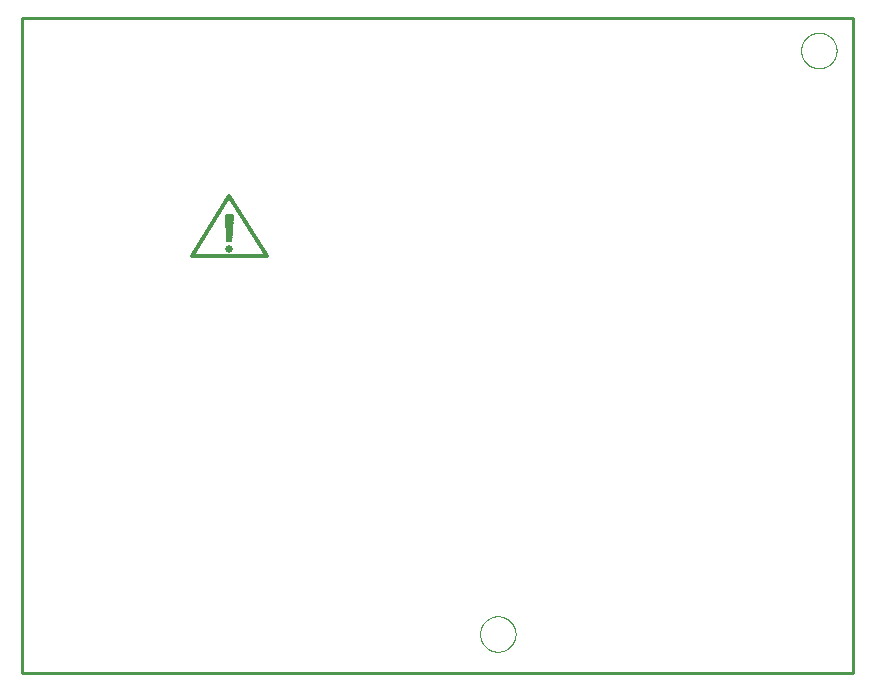
<source format=gbo>
G75*
%MOIN*%
%OFA0B0*%
%FSLAX25Y25*%
%IPPOS*%
%LPD*%
%AMOC8*
5,1,8,0,0,1.08239X$1,22.5*
%
%ADD10C,0.01000*%
%ADD11C,0.00000*%
%ADD12C,0.01200*%
%ADD13C,0.02500*%
%ADD14C,0.00500*%
D10*
X0044800Y0019300D02*
X0321750Y0019300D01*
X0321750Y0237800D01*
X0044800Y0237800D01*
X0044800Y0019300D01*
D11*
X0197394Y0032300D02*
X0197396Y0032453D01*
X0197402Y0032607D01*
X0197412Y0032760D01*
X0197426Y0032912D01*
X0197444Y0033065D01*
X0197466Y0033216D01*
X0197491Y0033367D01*
X0197521Y0033518D01*
X0197555Y0033668D01*
X0197592Y0033816D01*
X0197633Y0033964D01*
X0197678Y0034110D01*
X0197727Y0034256D01*
X0197780Y0034400D01*
X0197836Y0034542D01*
X0197896Y0034683D01*
X0197960Y0034823D01*
X0198027Y0034961D01*
X0198098Y0035097D01*
X0198173Y0035231D01*
X0198250Y0035363D01*
X0198332Y0035493D01*
X0198416Y0035621D01*
X0198504Y0035747D01*
X0198595Y0035870D01*
X0198689Y0035991D01*
X0198787Y0036109D01*
X0198887Y0036225D01*
X0198991Y0036338D01*
X0199097Y0036449D01*
X0199206Y0036557D01*
X0199318Y0036662D01*
X0199432Y0036763D01*
X0199550Y0036862D01*
X0199669Y0036958D01*
X0199791Y0037051D01*
X0199916Y0037140D01*
X0200043Y0037227D01*
X0200172Y0037309D01*
X0200303Y0037389D01*
X0200436Y0037465D01*
X0200571Y0037538D01*
X0200708Y0037607D01*
X0200847Y0037672D01*
X0200987Y0037734D01*
X0201129Y0037792D01*
X0201272Y0037847D01*
X0201417Y0037898D01*
X0201563Y0037945D01*
X0201710Y0037988D01*
X0201858Y0038027D01*
X0202007Y0038063D01*
X0202157Y0038094D01*
X0202308Y0038122D01*
X0202459Y0038146D01*
X0202612Y0038166D01*
X0202764Y0038182D01*
X0202917Y0038194D01*
X0203070Y0038202D01*
X0203223Y0038206D01*
X0203377Y0038206D01*
X0203530Y0038202D01*
X0203683Y0038194D01*
X0203836Y0038182D01*
X0203988Y0038166D01*
X0204141Y0038146D01*
X0204292Y0038122D01*
X0204443Y0038094D01*
X0204593Y0038063D01*
X0204742Y0038027D01*
X0204890Y0037988D01*
X0205037Y0037945D01*
X0205183Y0037898D01*
X0205328Y0037847D01*
X0205471Y0037792D01*
X0205613Y0037734D01*
X0205753Y0037672D01*
X0205892Y0037607D01*
X0206029Y0037538D01*
X0206164Y0037465D01*
X0206297Y0037389D01*
X0206428Y0037309D01*
X0206557Y0037227D01*
X0206684Y0037140D01*
X0206809Y0037051D01*
X0206931Y0036958D01*
X0207050Y0036862D01*
X0207168Y0036763D01*
X0207282Y0036662D01*
X0207394Y0036557D01*
X0207503Y0036449D01*
X0207609Y0036338D01*
X0207713Y0036225D01*
X0207813Y0036109D01*
X0207911Y0035991D01*
X0208005Y0035870D01*
X0208096Y0035747D01*
X0208184Y0035621D01*
X0208268Y0035493D01*
X0208350Y0035363D01*
X0208427Y0035231D01*
X0208502Y0035097D01*
X0208573Y0034961D01*
X0208640Y0034823D01*
X0208704Y0034683D01*
X0208764Y0034542D01*
X0208820Y0034400D01*
X0208873Y0034256D01*
X0208922Y0034110D01*
X0208967Y0033964D01*
X0209008Y0033816D01*
X0209045Y0033668D01*
X0209079Y0033518D01*
X0209109Y0033367D01*
X0209134Y0033216D01*
X0209156Y0033065D01*
X0209174Y0032912D01*
X0209188Y0032760D01*
X0209198Y0032607D01*
X0209204Y0032453D01*
X0209206Y0032300D01*
X0209204Y0032147D01*
X0209198Y0031993D01*
X0209188Y0031840D01*
X0209174Y0031688D01*
X0209156Y0031535D01*
X0209134Y0031384D01*
X0209109Y0031233D01*
X0209079Y0031082D01*
X0209045Y0030932D01*
X0209008Y0030784D01*
X0208967Y0030636D01*
X0208922Y0030490D01*
X0208873Y0030344D01*
X0208820Y0030200D01*
X0208764Y0030058D01*
X0208704Y0029917D01*
X0208640Y0029777D01*
X0208573Y0029639D01*
X0208502Y0029503D01*
X0208427Y0029369D01*
X0208350Y0029237D01*
X0208268Y0029107D01*
X0208184Y0028979D01*
X0208096Y0028853D01*
X0208005Y0028730D01*
X0207911Y0028609D01*
X0207813Y0028491D01*
X0207713Y0028375D01*
X0207609Y0028262D01*
X0207503Y0028151D01*
X0207394Y0028043D01*
X0207282Y0027938D01*
X0207168Y0027837D01*
X0207050Y0027738D01*
X0206931Y0027642D01*
X0206809Y0027549D01*
X0206684Y0027460D01*
X0206557Y0027373D01*
X0206428Y0027291D01*
X0206297Y0027211D01*
X0206164Y0027135D01*
X0206029Y0027062D01*
X0205892Y0026993D01*
X0205753Y0026928D01*
X0205613Y0026866D01*
X0205471Y0026808D01*
X0205328Y0026753D01*
X0205183Y0026702D01*
X0205037Y0026655D01*
X0204890Y0026612D01*
X0204742Y0026573D01*
X0204593Y0026537D01*
X0204443Y0026506D01*
X0204292Y0026478D01*
X0204141Y0026454D01*
X0203988Y0026434D01*
X0203836Y0026418D01*
X0203683Y0026406D01*
X0203530Y0026398D01*
X0203377Y0026394D01*
X0203223Y0026394D01*
X0203070Y0026398D01*
X0202917Y0026406D01*
X0202764Y0026418D01*
X0202612Y0026434D01*
X0202459Y0026454D01*
X0202308Y0026478D01*
X0202157Y0026506D01*
X0202007Y0026537D01*
X0201858Y0026573D01*
X0201710Y0026612D01*
X0201563Y0026655D01*
X0201417Y0026702D01*
X0201272Y0026753D01*
X0201129Y0026808D01*
X0200987Y0026866D01*
X0200847Y0026928D01*
X0200708Y0026993D01*
X0200571Y0027062D01*
X0200436Y0027135D01*
X0200303Y0027211D01*
X0200172Y0027291D01*
X0200043Y0027373D01*
X0199916Y0027460D01*
X0199791Y0027549D01*
X0199669Y0027642D01*
X0199550Y0027738D01*
X0199432Y0027837D01*
X0199318Y0027938D01*
X0199206Y0028043D01*
X0199097Y0028151D01*
X0198991Y0028262D01*
X0198887Y0028375D01*
X0198787Y0028491D01*
X0198689Y0028609D01*
X0198595Y0028730D01*
X0198504Y0028853D01*
X0198416Y0028979D01*
X0198332Y0029107D01*
X0198250Y0029237D01*
X0198173Y0029369D01*
X0198098Y0029503D01*
X0198027Y0029639D01*
X0197960Y0029777D01*
X0197896Y0029917D01*
X0197836Y0030058D01*
X0197780Y0030200D01*
X0197727Y0030344D01*
X0197678Y0030490D01*
X0197633Y0030636D01*
X0197592Y0030784D01*
X0197555Y0030932D01*
X0197521Y0031082D01*
X0197491Y0031233D01*
X0197466Y0031384D01*
X0197444Y0031535D01*
X0197426Y0031688D01*
X0197412Y0031840D01*
X0197402Y0031993D01*
X0197396Y0032147D01*
X0197394Y0032300D01*
X0304394Y0226800D02*
X0304396Y0226953D01*
X0304402Y0227107D01*
X0304412Y0227260D01*
X0304426Y0227412D01*
X0304444Y0227565D01*
X0304466Y0227716D01*
X0304491Y0227867D01*
X0304521Y0228018D01*
X0304555Y0228168D01*
X0304592Y0228316D01*
X0304633Y0228464D01*
X0304678Y0228610D01*
X0304727Y0228756D01*
X0304780Y0228900D01*
X0304836Y0229042D01*
X0304896Y0229183D01*
X0304960Y0229323D01*
X0305027Y0229461D01*
X0305098Y0229597D01*
X0305173Y0229731D01*
X0305250Y0229863D01*
X0305332Y0229993D01*
X0305416Y0230121D01*
X0305504Y0230247D01*
X0305595Y0230370D01*
X0305689Y0230491D01*
X0305787Y0230609D01*
X0305887Y0230725D01*
X0305991Y0230838D01*
X0306097Y0230949D01*
X0306206Y0231057D01*
X0306318Y0231162D01*
X0306432Y0231263D01*
X0306550Y0231362D01*
X0306669Y0231458D01*
X0306791Y0231551D01*
X0306916Y0231640D01*
X0307043Y0231727D01*
X0307172Y0231809D01*
X0307303Y0231889D01*
X0307436Y0231965D01*
X0307571Y0232038D01*
X0307708Y0232107D01*
X0307847Y0232172D01*
X0307987Y0232234D01*
X0308129Y0232292D01*
X0308272Y0232347D01*
X0308417Y0232398D01*
X0308563Y0232445D01*
X0308710Y0232488D01*
X0308858Y0232527D01*
X0309007Y0232563D01*
X0309157Y0232594D01*
X0309308Y0232622D01*
X0309459Y0232646D01*
X0309612Y0232666D01*
X0309764Y0232682D01*
X0309917Y0232694D01*
X0310070Y0232702D01*
X0310223Y0232706D01*
X0310377Y0232706D01*
X0310530Y0232702D01*
X0310683Y0232694D01*
X0310836Y0232682D01*
X0310988Y0232666D01*
X0311141Y0232646D01*
X0311292Y0232622D01*
X0311443Y0232594D01*
X0311593Y0232563D01*
X0311742Y0232527D01*
X0311890Y0232488D01*
X0312037Y0232445D01*
X0312183Y0232398D01*
X0312328Y0232347D01*
X0312471Y0232292D01*
X0312613Y0232234D01*
X0312753Y0232172D01*
X0312892Y0232107D01*
X0313029Y0232038D01*
X0313164Y0231965D01*
X0313297Y0231889D01*
X0313428Y0231809D01*
X0313557Y0231727D01*
X0313684Y0231640D01*
X0313809Y0231551D01*
X0313931Y0231458D01*
X0314050Y0231362D01*
X0314168Y0231263D01*
X0314282Y0231162D01*
X0314394Y0231057D01*
X0314503Y0230949D01*
X0314609Y0230838D01*
X0314713Y0230725D01*
X0314813Y0230609D01*
X0314911Y0230491D01*
X0315005Y0230370D01*
X0315096Y0230247D01*
X0315184Y0230121D01*
X0315268Y0229993D01*
X0315350Y0229863D01*
X0315427Y0229731D01*
X0315502Y0229597D01*
X0315573Y0229461D01*
X0315640Y0229323D01*
X0315704Y0229183D01*
X0315764Y0229042D01*
X0315820Y0228900D01*
X0315873Y0228756D01*
X0315922Y0228610D01*
X0315967Y0228464D01*
X0316008Y0228316D01*
X0316045Y0228168D01*
X0316079Y0228018D01*
X0316109Y0227867D01*
X0316134Y0227716D01*
X0316156Y0227565D01*
X0316174Y0227412D01*
X0316188Y0227260D01*
X0316198Y0227107D01*
X0316204Y0226953D01*
X0316206Y0226800D01*
X0316204Y0226647D01*
X0316198Y0226493D01*
X0316188Y0226340D01*
X0316174Y0226188D01*
X0316156Y0226035D01*
X0316134Y0225884D01*
X0316109Y0225733D01*
X0316079Y0225582D01*
X0316045Y0225432D01*
X0316008Y0225284D01*
X0315967Y0225136D01*
X0315922Y0224990D01*
X0315873Y0224844D01*
X0315820Y0224700D01*
X0315764Y0224558D01*
X0315704Y0224417D01*
X0315640Y0224277D01*
X0315573Y0224139D01*
X0315502Y0224003D01*
X0315427Y0223869D01*
X0315350Y0223737D01*
X0315268Y0223607D01*
X0315184Y0223479D01*
X0315096Y0223353D01*
X0315005Y0223230D01*
X0314911Y0223109D01*
X0314813Y0222991D01*
X0314713Y0222875D01*
X0314609Y0222762D01*
X0314503Y0222651D01*
X0314394Y0222543D01*
X0314282Y0222438D01*
X0314168Y0222337D01*
X0314050Y0222238D01*
X0313931Y0222142D01*
X0313809Y0222049D01*
X0313684Y0221960D01*
X0313557Y0221873D01*
X0313428Y0221791D01*
X0313297Y0221711D01*
X0313164Y0221635D01*
X0313029Y0221562D01*
X0312892Y0221493D01*
X0312753Y0221428D01*
X0312613Y0221366D01*
X0312471Y0221308D01*
X0312328Y0221253D01*
X0312183Y0221202D01*
X0312037Y0221155D01*
X0311890Y0221112D01*
X0311742Y0221073D01*
X0311593Y0221037D01*
X0311443Y0221006D01*
X0311292Y0220978D01*
X0311141Y0220954D01*
X0310988Y0220934D01*
X0310836Y0220918D01*
X0310683Y0220906D01*
X0310530Y0220898D01*
X0310377Y0220894D01*
X0310223Y0220894D01*
X0310070Y0220898D01*
X0309917Y0220906D01*
X0309764Y0220918D01*
X0309612Y0220934D01*
X0309459Y0220954D01*
X0309308Y0220978D01*
X0309157Y0221006D01*
X0309007Y0221037D01*
X0308858Y0221073D01*
X0308710Y0221112D01*
X0308563Y0221155D01*
X0308417Y0221202D01*
X0308272Y0221253D01*
X0308129Y0221308D01*
X0307987Y0221366D01*
X0307847Y0221428D01*
X0307708Y0221493D01*
X0307571Y0221562D01*
X0307436Y0221635D01*
X0307303Y0221711D01*
X0307172Y0221791D01*
X0307043Y0221873D01*
X0306916Y0221960D01*
X0306791Y0222049D01*
X0306669Y0222142D01*
X0306550Y0222238D01*
X0306432Y0222337D01*
X0306318Y0222438D01*
X0306206Y0222543D01*
X0306097Y0222651D01*
X0305991Y0222762D01*
X0305887Y0222875D01*
X0305787Y0222991D01*
X0305689Y0223109D01*
X0305595Y0223230D01*
X0305504Y0223353D01*
X0305416Y0223479D01*
X0305332Y0223607D01*
X0305250Y0223737D01*
X0305173Y0223869D01*
X0305098Y0224003D01*
X0305027Y0224139D01*
X0304960Y0224277D01*
X0304896Y0224417D01*
X0304836Y0224558D01*
X0304780Y0224700D01*
X0304727Y0224844D01*
X0304678Y0224990D01*
X0304633Y0225136D01*
X0304592Y0225284D01*
X0304555Y0225432D01*
X0304521Y0225582D01*
X0304491Y0225733D01*
X0304466Y0225884D01*
X0304444Y0226035D01*
X0304426Y0226188D01*
X0304412Y0226340D01*
X0304402Y0226493D01*
X0304396Y0226647D01*
X0304394Y0226800D01*
D12*
X0126300Y0158300D02*
X0113800Y0178300D01*
X0101300Y0158300D01*
X0126300Y0158300D01*
D13*
X0113800Y0160800D03*
D14*
X0114425Y0163300D02*
X0115050Y0172050D01*
X0112550Y0172050D01*
X0113175Y0163300D01*
X0114425Y0163300D01*
X0114459Y0163780D02*
X0113140Y0163780D01*
X0113105Y0164279D02*
X0114495Y0164279D01*
X0114530Y0164777D02*
X0113069Y0164777D01*
X0113034Y0165276D02*
X0114566Y0165276D01*
X0114601Y0165774D02*
X0112998Y0165774D01*
X0112963Y0166273D02*
X0114637Y0166273D01*
X0114673Y0166772D02*
X0112927Y0166772D01*
X0112891Y0167270D02*
X0114708Y0167270D01*
X0114744Y0167769D02*
X0112856Y0167769D01*
X0112820Y0168267D02*
X0114779Y0168267D01*
X0114815Y0168766D02*
X0112785Y0168766D01*
X0112749Y0169264D02*
X0114851Y0169264D01*
X0114886Y0169763D02*
X0112713Y0169763D01*
X0112678Y0170261D02*
X0114922Y0170261D01*
X0114957Y0170760D02*
X0112642Y0170760D01*
X0112607Y0171258D02*
X0114993Y0171258D01*
X0115029Y0171757D02*
X0112571Y0171757D01*
M02*

</source>
